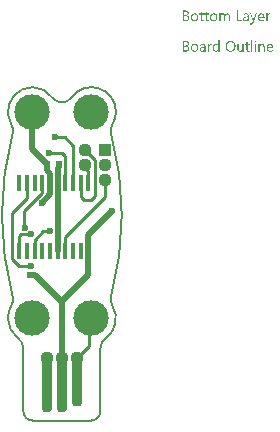
<source format=gbl>
G04*
G04 #@! TF.GenerationSoftware,Altium Limited,Altium Designer,21.9.2 (33)*
G04*
G04 Layer_Physical_Order=2*
G04 Layer_Color=16711680*
%FSAX25Y25*%
%MOIN*%
G70*
G04*
G04 #@! TF.SameCoordinates,22CECA58-678C-4C5F-B68D-3DF83B2D247A*
G04*
G04*
G04 #@! TF.FilePolarity,Positive*
G04*
G01*
G75*
%ADD13C,0.00787*%
%ADD45C,0.01968*%
%ADD46C,0.00984*%
%ADD47C,0.04370*%
%ADD48R,0.04370X0.04370*%
%ADD49C,0.11811*%
%ADD50C,0.02362*%
G04:AMPARAMS|DCode=51|XSize=35.43mil|YSize=169.29mil|CornerRadius=13.82mil|HoleSize=0mil|Usage=FLASHONLY|Rotation=0.000|XOffset=0mil|YOffset=0mil|HoleType=Round|Shape=RoundedRectangle|*
%AMROUNDEDRECTD51*
21,1,0.03543,0.14165,0,0,0.0*
21,1,0.00780,0.16929,0,0,0.0*
1,1,0.02764,0.00390,-0.07083*
1,1,0.02764,-0.00390,-0.07083*
1,1,0.02764,-0.00390,0.07083*
1,1,0.02764,0.00390,0.07083*
%
%ADD51ROUNDEDRECTD51*%
G04:AMPARAMS|DCode=52|XSize=35.43mil|YSize=188.98mil|CornerRadius=13.82mil|HoleSize=0mil|Usage=FLASHONLY|Rotation=0.000|XOffset=0mil|YOffset=0mil|HoleType=Round|Shape=RoundedRectangle|*
%AMROUNDEDRECTD52*
21,1,0.03543,0.16134,0,0,0.0*
21,1,0.00780,0.18898,0,0,0.0*
1,1,0.02764,0.00390,-0.08067*
1,1,0.02764,-0.00390,-0.08067*
1,1,0.02764,-0.00390,0.08067*
1,1,0.02764,0.00390,0.08067*
%
%ADD52ROUNDEDRECTD52*%
%ADD53R,0.01575X0.05315*%
%ADD54R,0.01968X0.02165*%
%ADD55C,0.01181*%
G36*
X0055291Y0111717D02*
X0055347Y0111705D01*
X0055408Y0111693D01*
X0055476Y0111668D01*
X0055557Y0111637D01*
X0055631Y0111594D01*
X0055712Y0111544D01*
X0055786Y0111476D01*
X0055854Y0111389D01*
X0055916Y0111290D01*
X0055972Y0111179D01*
X0056009Y0111037D01*
X0056040Y0110882D01*
X0056046Y0110702D01*
Y0109155D01*
X0055644D01*
Y0110597D01*
Y0110603D01*
Y0110616D01*
Y0110634D01*
Y0110665D01*
X0055637Y0110739D01*
X0055625Y0110826D01*
X0055613Y0110925D01*
X0055588Y0111024D01*
X0055557Y0111117D01*
X0055514Y0111197D01*
X0055507Y0111204D01*
X0055489Y0111228D01*
X0055458Y0111259D01*
X0055408Y0111290D01*
X0055353Y0111327D01*
X0055278Y0111352D01*
X0055186Y0111377D01*
X0055080Y0111383D01*
X0055068D01*
X0055037Y0111377D01*
X0054988Y0111371D01*
X0054926Y0111352D01*
X0054857Y0111327D01*
X0054783Y0111284D01*
X0054709Y0111228D01*
X0054641Y0111148D01*
X0054635Y0111135D01*
X0054616Y0111105D01*
X0054585Y0111055D01*
X0054554Y0110987D01*
X0054517Y0110907D01*
X0054492Y0110814D01*
X0054467Y0110702D01*
X0054461Y0110585D01*
Y0109155D01*
X0054059D01*
Y0110646D01*
Y0110653D01*
Y0110678D01*
X0054053Y0110715D01*
Y0110764D01*
X0054040Y0110820D01*
X0054028Y0110882D01*
X0054009Y0110944D01*
X0053991Y0111018D01*
X0053960Y0111086D01*
X0053923Y0111148D01*
X0053873Y0111210D01*
X0053818Y0111266D01*
X0053756Y0111315D01*
X0053675Y0111352D01*
X0053588Y0111377D01*
X0053490Y0111383D01*
X0053477D01*
X0053446Y0111377D01*
X0053397Y0111371D01*
X0053335Y0111358D01*
X0053267Y0111327D01*
X0053192Y0111290D01*
X0053118Y0111235D01*
X0053050Y0111160D01*
X0053044Y0111148D01*
X0053025Y0111123D01*
X0052994Y0111074D01*
X0052963Y0111005D01*
X0052932Y0110925D01*
X0052902Y0110826D01*
X0052883Y0110715D01*
X0052877Y0110585D01*
Y0109155D01*
X0052474D01*
Y0111668D01*
X0052877D01*
Y0111266D01*
X0052889D01*
X0052895Y0111272D01*
X0052902Y0111284D01*
X0052920Y0111309D01*
X0052939Y0111340D01*
X0053000Y0111408D01*
X0053087Y0111495D01*
X0053199Y0111581D01*
X0053329Y0111649D01*
X0053409Y0111680D01*
X0053490Y0111705D01*
X0053576Y0111717D01*
X0053669Y0111724D01*
X0053712D01*
X0053762Y0111717D01*
X0053824Y0111705D01*
X0053892Y0111686D01*
X0053966Y0111662D01*
X0054040Y0111631D01*
X0054115Y0111581D01*
X0054121Y0111575D01*
X0054146Y0111556D01*
X0054177Y0111525D01*
X0054220Y0111482D01*
X0054263Y0111426D01*
X0054307Y0111365D01*
X0054350Y0111290D01*
X0054381Y0111204D01*
X0054387Y0111210D01*
X0054393Y0111228D01*
X0054412Y0111253D01*
X0054430Y0111284D01*
X0054461Y0111327D01*
X0054498Y0111371D01*
X0054542Y0111414D01*
X0054591Y0111464D01*
X0054647Y0111513D01*
X0054709Y0111556D01*
X0054777Y0111606D01*
X0054851Y0111643D01*
X0054932Y0111674D01*
X0055018Y0111699D01*
X0055117Y0111717D01*
X0055216Y0111724D01*
X0055254D01*
X0055291Y0111717D01*
D02*
G37*
G36*
X0069323Y0111705D02*
X0069398Y0111699D01*
X0069441Y0111686D01*
X0069472Y0111674D01*
Y0111259D01*
X0069466Y0111266D01*
X0069454Y0111272D01*
X0069429Y0111284D01*
X0069398Y0111303D01*
X0069354Y0111315D01*
X0069299Y0111327D01*
X0069237Y0111334D01*
X0069169Y0111340D01*
X0069156D01*
X0069125Y0111334D01*
X0069076Y0111327D01*
X0069020Y0111309D01*
X0068946Y0111278D01*
X0068878Y0111235D01*
X0068804Y0111173D01*
X0068735Y0111092D01*
X0068729Y0111080D01*
X0068711Y0111049D01*
X0068680Y0110993D01*
X0068649Y0110919D01*
X0068618Y0110826D01*
X0068587Y0110708D01*
X0068568Y0110578D01*
X0068562Y0110430D01*
Y0109155D01*
X0068160D01*
Y0111668D01*
X0068562D01*
Y0111148D01*
X0068575D01*
Y0111154D01*
X0068581Y0111160D01*
X0068593Y0111191D01*
X0068612Y0111241D01*
X0068643Y0111303D01*
X0068674Y0111365D01*
X0068723Y0111433D01*
X0068773Y0111501D01*
X0068835Y0111563D01*
X0068841Y0111569D01*
X0068866Y0111587D01*
X0068903Y0111612D01*
X0068952Y0111637D01*
X0069008Y0111662D01*
X0069076Y0111686D01*
X0069150Y0111705D01*
X0069231Y0111711D01*
X0069286D01*
X0069323Y0111705D01*
D02*
G37*
G36*
X0063944Y0108752D02*
X0063938Y0108746D01*
X0063932Y0108721D01*
X0063914Y0108678D01*
X0063889Y0108629D01*
X0063858Y0108573D01*
X0063814Y0108505D01*
X0063771Y0108437D01*
X0063722Y0108362D01*
X0063660Y0108288D01*
X0063598Y0108220D01*
X0063524Y0108152D01*
X0063443Y0108096D01*
X0063363Y0108047D01*
X0063270Y0108003D01*
X0063177Y0107979D01*
X0063072Y0107973D01*
X0063016D01*
X0062979Y0107979D01*
X0062898Y0107991D01*
X0062812Y0108010D01*
Y0108369D01*
X0062818D01*
X0062836Y0108362D01*
X0062861Y0108356D01*
X0062892Y0108350D01*
X0062966Y0108332D01*
X0063047Y0108325D01*
X0063059D01*
X0063096Y0108332D01*
X0063152Y0108344D01*
X0063220Y0108369D01*
X0063295Y0108412D01*
X0063332Y0108443D01*
X0063369Y0108480D01*
X0063406Y0108517D01*
X0063443Y0108567D01*
X0063474Y0108622D01*
X0063505Y0108684D01*
X0063709Y0109155D01*
X0062725Y0111668D01*
X0063171D01*
X0063852Y0109730D01*
Y0109724D01*
X0063858Y0109712D01*
X0063864Y0109693D01*
X0063870Y0109669D01*
X0063876Y0109631D01*
X0063889Y0109594D01*
X0063901Y0109538D01*
X0063920D01*
Y0109551D01*
X0063932Y0109588D01*
X0063944Y0109644D01*
X0063969Y0109724D01*
X0064681Y0111668D01*
X0065096D01*
X0063944Y0108752D01*
D02*
G37*
G36*
X0061537Y0111717D02*
X0061592Y0111711D01*
X0061660Y0111693D01*
X0061735Y0111674D01*
X0061815Y0111643D01*
X0061902Y0111606D01*
X0061982Y0111556D01*
X0062063Y0111495D01*
X0062137Y0111420D01*
X0062205Y0111327D01*
X0062261Y0111222D01*
X0062304Y0111098D01*
X0062329Y0110956D01*
X0062341Y0110789D01*
Y0109155D01*
X0061939D01*
Y0109545D01*
X0061927D01*
Y0109538D01*
X0061914Y0109526D01*
X0061902Y0109501D01*
X0061877Y0109477D01*
X0061815Y0109402D01*
X0061735Y0109322D01*
X0061623Y0109241D01*
X0061493Y0109167D01*
X0061413Y0109142D01*
X0061332Y0109118D01*
X0061246Y0109105D01*
X0061153Y0109099D01*
X0061116D01*
X0061091Y0109105D01*
X0061023Y0109111D01*
X0060942Y0109124D01*
X0060843Y0109149D01*
X0060750Y0109179D01*
X0060651Y0109229D01*
X0060565Y0109291D01*
X0060558Y0109303D01*
X0060534Y0109328D01*
X0060497Y0109371D01*
X0060460Y0109433D01*
X0060422Y0109508D01*
X0060385Y0109594D01*
X0060360Y0109699D01*
X0060354Y0109817D01*
Y0109823D01*
Y0109848D01*
X0060360Y0109885D01*
X0060367Y0109929D01*
X0060379Y0109984D01*
X0060398Y0110046D01*
X0060422Y0110114D01*
X0060460Y0110182D01*
X0060503Y0110257D01*
X0060558Y0110331D01*
X0060627Y0110399D01*
X0060707Y0110461D01*
X0060800Y0110523D01*
X0060911Y0110572D01*
X0061035Y0110609D01*
X0061184Y0110640D01*
X0061939Y0110746D01*
Y0110752D01*
Y0110770D01*
X0061933Y0110808D01*
Y0110845D01*
X0061920Y0110894D01*
X0061914Y0110950D01*
X0061877Y0111067D01*
X0061846Y0111123D01*
X0061815Y0111179D01*
X0061772Y0111235D01*
X0061722Y0111284D01*
X0061660Y0111327D01*
X0061592Y0111358D01*
X0061512Y0111377D01*
X0061419Y0111383D01*
X0061376D01*
X0061345Y0111377D01*
X0061301D01*
X0061258Y0111365D01*
X0061146Y0111346D01*
X0061023Y0111309D01*
X0060887Y0111253D01*
X0060812Y0111216D01*
X0060744Y0111179D01*
X0060670Y0111129D01*
X0060602Y0111074D01*
Y0111488D01*
X0060608D01*
X0060620Y0111501D01*
X0060639Y0111513D01*
X0060670Y0111525D01*
X0060701Y0111544D01*
X0060744Y0111563D01*
X0060794Y0111581D01*
X0060849Y0111606D01*
X0060973Y0111649D01*
X0061122Y0111686D01*
X0061283Y0111711D01*
X0061456Y0111724D01*
X0061493D01*
X0061537Y0111717D01*
D02*
G37*
G36*
X0058646Y0109526D02*
X0060057D01*
Y0109155D01*
X0058231D01*
Y0112671D01*
X0058646D01*
Y0109526D01*
D02*
G37*
G36*
X0041431Y0112664D02*
X0041475D01*
X0041518Y0112658D01*
X0041617Y0112646D01*
X0041735Y0112615D01*
X0041859Y0112578D01*
X0041976Y0112522D01*
X0042081Y0112448D01*
X0042088D01*
X0042094Y0112435D01*
X0042125Y0112411D01*
X0042168Y0112361D01*
X0042217Y0112293D01*
X0042261Y0112206D01*
X0042304Y0112107D01*
X0042335Y0111996D01*
X0042347Y0111934D01*
Y0111866D01*
Y0111860D01*
Y0111854D01*
Y0111816D01*
X0042341Y0111761D01*
X0042329Y0111693D01*
X0042310Y0111606D01*
X0042279Y0111519D01*
X0042242Y0111433D01*
X0042187Y0111346D01*
X0042180Y0111334D01*
X0042156Y0111309D01*
X0042118Y0111272D01*
X0042069Y0111222D01*
X0042007Y0111173D01*
X0041933Y0111117D01*
X0041840Y0111074D01*
X0041741Y0111030D01*
Y0111024D01*
X0041759D01*
X0041778Y0111018D01*
X0041797Y0111012D01*
X0041865Y0110999D01*
X0041945Y0110975D01*
X0042032Y0110938D01*
X0042125Y0110894D01*
X0042217Y0110832D01*
X0042304Y0110752D01*
X0042317Y0110739D01*
X0042341Y0110708D01*
X0042372Y0110665D01*
X0042416Y0110597D01*
X0042453Y0110510D01*
X0042490Y0110411D01*
X0042515Y0110294D01*
X0042521Y0110164D01*
Y0110158D01*
Y0110145D01*
Y0110120D01*
X0042515Y0110089D01*
X0042508Y0110052D01*
X0042502Y0110009D01*
X0042478Y0109904D01*
X0042440Y0109786D01*
X0042385Y0109662D01*
X0042347Y0109607D01*
X0042304Y0109545D01*
X0042248Y0109489D01*
X0042193Y0109433D01*
X0042187D01*
X0042180Y0109421D01*
X0042162Y0109408D01*
X0042137Y0109390D01*
X0042106Y0109371D01*
X0042063Y0109347D01*
X0041970Y0109297D01*
X0041852Y0109241D01*
X0041716Y0109198D01*
X0041555Y0109167D01*
X0041475Y0109161D01*
X0041382Y0109155D01*
X0040354D01*
Y0112671D01*
X0041400D01*
X0041431Y0112664D01*
D02*
G37*
G36*
X0048358Y0111668D02*
X0048996D01*
Y0111321D01*
X0048358D01*
Y0109904D01*
Y0109891D01*
Y0109860D01*
X0048364Y0109817D01*
X0048370Y0109761D01*
X0048395Y0109644D01*
X0048414Y0109588D01*
X0048445Y0109545D01*
X0048451Y0109538D01*
X0048463Y0109526D01*
X0048482Y0109514D01*
X0048513Y0109495D01*
X0048550Y0109470D01*
X0048599Y0109458D01*
X0048661Y0109446D01*
X0048729Y0109440D01*
X0048754D01*
X0048785Y0109446D01*
X0048822Y0109452D01*
X0048909Y0109477D01*
X0048952Y0109495D01*
X0048996Y0109520D01*
Y0109173D01*
X0048989D01*
X0048971Y0109161D01*
X0048940Y0109155D01*
X0048897Y0109142D01*
X0048841Y0109130D01*
X0048779Y0109118D01*
X0048705Y0109111D01*
X0048618Y0109105D01*
X0048587D01*
X0048556Y0109111D01*
X0048513Y0109118D01*
X0048463Y0109130D01*
X0048408Y0109142D01*
X0048352Y0109167D01*
X0048290Y0109198D01*
X0048228Y0109235D01*
X0048166Y0109285D01*
X0048110Y0109340D01*
X0048061Y0109415D01*
X0048017Y0109495D01*
X0047987Y0109594D01*
X0047962Y0109706D01*
X0047956Y0109836D01*
Y0111321D01*
X0047528D01*
Y0111668D01*
X0047956D01*
Y0112281D01*
X0048358Y0112411D01*
Y0111668D01*
D02*
G37*
G36*
X0046656D02*
X0047293D01*
Y0111321D01*
X0046656D01*
Y0109904D01*
Y0109891D01*
Y0109860D01*
X0046662Y0109817D01*
X0046668Y0109761D01*
X0046693Y0109644D01*
X0046712Y0109588D01*
X0046742Y0109545D01*
X0046749Y0109538D01*
X0046761Y0109526D01*
X0046780Y0109514D01*
X0046810Y0109495D01*
X0046848Y0109470D01*
X0046897Y0109458D01*
X0046959Y0109446D01*
X0047027Y0109440D01*
X0047052D01*
X0047083Y0109446D01*
X0047120Y0109452D01*
X0047207Y0109477D01*
X0047250Y0109495D01*
X0047293Y0109520D01*
Y0109173D01*
X0047287D01*
X0047269Y0109161D01*
X0047238Y0109155D01*
X0047194Y0109142D01*
X0047139Y0109130D01*
X0047077Y0109118D01*
X0047002Y0109111D01*
X0046916Y0109105D01*
X0046885D01*
X0046854Y0109111D01*
X0046810Y0109118D01*
X0046761Y0109130D01*
X0046705Y0109142D01*
X0046650Y0109167D01*
X0046588Y0109198D01*
X0046526Y0109235D01*
X0046464Y0109285D01*
X0046408Y0109340D01*
X0046359Y0109415D01*
X0046315Y0109495D01*
X0046284Y0109594D01*
X0046260Y0109706D01*
X0046253Y0109836D01*
Y0111321D01*
X0045826D01*
Y0111668D01*
X0046253D01*
Y0112281D01*
X0046656Y0112411D01*
Y0111668D01*
D02*
G37*
G36*
X0066600Y0111717D02*
X0066643Y0111711D01*
X0066687Y0111705D01*
X0066798Y0111686D01*
X0066922Y0111643D01*
X0067046Y0111587D01*
X0067107Y0111550D01*
X0067169Y0111507D01*
X0067225Y0111457D01*
X0067281Y0111402D01*
X0067287Y0111396D01*
X0067293Y0111389D01*
X0067306Y0111371D01*
X0067324Y0111346D01*
X0067343Y0111309D01*
X0067368Y0111272D01*
X0067392Y0111228D01*
X0067417Y0111173D01*
X0067442Y0111111D01*
X0067466Y0111049D01*
X0067491Y0110975D01*
X0067510Y0110894D01*
X0067528Y0110808D01*
X0067541Y0110721D01*
X0067553Y0110622D01*
Y0110517D01*
Y0110306D01*
X0065777D01*
Y0110300D01*
Y0110287D01*
Y0110269D01*
X0065783Y0110238D01*
X0065789Y0110201D01*
Y0110164D01*
X0065808Y0110065D01*
X0065839Y0109966D01*
X0065876Y0109854D01*
X0065931Y0109749D01*
X0066000Y0109656D01*
X0066012Y0109644D01*
X0066037Y0109619D01*
X0066086Y0109588D01*
X0066154Y0109545D01*
X0066241Y0109501D01*
X0066340Y0109470D01*
X0066458Y0109446D01*
X0066594Y0109433D01*
X0066637D01*
X0066668Y0109440D01*
X0066705D01*
X0066748Y0109446D01*
X0066854Y0109470D01*
X0066971Y0109501D01*
X0067101Y0109551D01*
X0067238Y0109619D01*
X0067306Y0109662D01*
X0067374Y0109712D01*
Y0109334D01*
X0067368D01*
X0067361Y0109322D01*
X0067343Y0109316D01*
X0067312Y0109297D01*
X0067281Y0109279D01*
X0067244Y0109260D01*
X0067194Y0109241D01*
X0067145Y0109217D01*
X0067083Y0109192D01*
X0067015Y0109173D01*
X0066866Y0109136D01*
X0066693Y0109111D01*
X0066501Y0109099D01*
X0066451D01*
X0066414Y0109105D01*
X0066371Y0109111D01*
X0066315Y0109118D01*
X0066198Y0109142D01*
X0066061Y0109179D01*
X0065925Y0109241D01*
X0065857Y0109285D01*
X0065789Y0109328D01*
X0065727Y0109378D01*
X0065665Y0109440D01*
X0065659Y0109446D01*
X0065653Y0109458D01*
X0065640Y0109477D01*
X0065616Y0109501D01*
X0065597Y0109538D01*
X0065572Y0109582D01*
X0065541Y0109631D01*
X0065517Y0109687D01*
X0065486Y0109749D01*
X0065461Y0109823D01*
X0065430Y0109904D01*
X0065412Y0109990D01*
X0065393Y0110083D01*
X0065374Y0110182D01*
X0065368Y0110287D01*
X0065362Y0110399D01*
Y0110405D01*
Y0110424D01*
Y0110455D01*
X0065368Y0110498D01*
X0065374Y0110547D01*
X0065381Y0110603D01*
X0065387Y0110671D01*
X0065405Y0110739D01*
X0065442Y0110888D01*
X0065498Y0111049D01*
X0065535Y0111129D01*
X0065585Y0111204D01*
X0065634Y0111284D01*
X0065690Y0111352D01*
X0065696Y0111358D01*
X0065709Y0111371D01*
X0065727Y0111389D01*
X0065752Y0111408D01*
X0065783Y0111439D01*
X0065820Y0111470D01*
X0065869Y0111501D01*
X0065919Y0111538D01*
X0066037Y0111606D01*
X0066179Y0111668D01*
X0066259Y0111686D01*
X0066340Y0111705D01*
X0066427Y0111717D01*
X0066519Y0111724D01*
X0066569D01*
X0066600Y0111717D01*
D02*
G37*
G36*
X0050735D02*
X0050778Y0111711D01*
X0050834Y0111705D01*
X0050958Y0111680D01*
X0051100Y0111637D01*
X0051243Y0111575D01*
X0051317Y0111538D01*
X0051385Y0111495D01*
X0051453Y0111439D01*
X0051515Y0111377D01*
X0051521Y0111371D01*
X0051527Y0111358D01*
X0051546Y0111340D01*
X0051564Y0111315D01*
X0051589Y0111278D01*
X0051614Y0111235D01*
X0051645Y0111185D01*
X0051676Y0111129D01*
X0051701Y0111061D01*
X0051732Y0110993D01*
X0051756Y0110913D01*
X0051781Y0110826D01*
X0051800Y0110733D01*
X0051818Y0110634D01*
X0051824Y0110529D01*
X0051831Y0110417D01*
Y0110411D01*
Y0110393D01*
Y0110362D01*
X0051824Y0110319D01*
X0051818Y0110269D01*
X0051812Y0110207D01*
X0051800Y0110145D01*
X0051787Y0110071D01*
X0051750Y0109922D01*
X0051688Y0109761D01*
X0051651Y0109681D01*
X0051602Y0109600D01*
X0051552Y0109526D01*
X0051490Y0109458D01*
X0051484Y0109452D01*
X0051472Y0109446D01*
X0051453Y0109427D01*
X0051428Y0109402D01*
X0051391Y0109378D01*
X0051354Y0109347D01*
X0051304Y0109309D01*
X0051249Y0109279D01*
X0051187Y0109248D01*
X0051119Y0109210D01*
X0051044Y0109179D01*
X0050964Y0109155D01*
X0050877Y0109130D01*
X0050784Y0109118D01*
X0050685Y0109105D01*
X0050580Y0109099D01*
X0050524D01*
X0050487Y0109105D01*
X0050444Y0109111D01*
X0050388Y0109118D01*
X0050326Y0109130D01*
X0050258Y0109142D01*
X0050116Y0109186D01*
X0049967Y0109248D01*
X0049893Y0109285D01*
X0049825Y0109334D01*
X0049757Y0109384D01*
X0049689Y0109446D01*
X0049683Y0109452D01*
X0049676Y0109464D01*
X0049658Y0109483D01*
X0049639Y0109508D01*
X0049615Y0109545D01*
X0049584Y0109588D01*
X0049553Y0109638D01*
X0049528Y0109693D01*
X0049497Y0109761D01*
X0049466Y0109829D01*
X0049435Y0109904D01*
X0049410Y0109990D01*
X0049373Y0110176D01*
X0049367Y0110275D01*
X0049361Y0110380D01*
Y0110387D01*
Y0110411D01*
Y0110442D01*
X0049367Y0110486D01*
X0049373Y0110535D01*
X0049379Y0110597D01*
X0049392Y0110665D01*
X0049404Y0110739D01*
X0049441Y0110900D01*
X0049503Y0111061D01*
X0049547Y0111142D01*
X0049590Y0111222D01*
X0049639Y0111296D01*
X0049701Y0111365D01*
X0049707Y0111371D01*
X0049720Y0111383D01*
X0049738Y0111396D01*
X0049763Y0111420D01*
X0049800Y0111445D01*
X0049844Y0111476D01*
X0049893Y0111513D01*
X0049949Y0111544D01*
X0050011Y0111575D01*
X0050085Y0111612D01*
X0050159Y0111643D01*
X0050246Y0111668D01*
X0050333Y0111693D01*
X0050432Y0111711D01*
X0050537Y0111717D01*
X0050642Y0111724D01*
X0050698D01*
X0050735Y0111717D01*
D02*
G37*
G36*
X0044384D02*
X0044427Y0111711D01*
X0044483Y0111705D01*
X0044607Y0111680D01*
X0044749Y0111637D01*
X0044892Y0111575D01*
X0044966Y0111538D01*
X0045034Y0111495D01*
X0045102Y0111439D01*
X0045164Y0111377D01*
X0045170Y0111371D01*
X0045176Y0111358D01*
X0045195Y0111340D01*
X0045213Y0111315D01*
X0045238Y0111278D01*
X0045263Y0111235D01*
X0045294Y0111185D01*
X0045325Y0111129D01*
X0045350Y0111061D01*
X0045381Y0110993D01*
X0045405Y0110913D01*
X0045430Y0110826D01*
X0045449Y0110733D01*
X0045467Y0110634D01*
X0045474Y0110529D01*
X0045480Y0110417D01*
Y0110411D01*
Y0110393D01*
Y0110362D01*
X0045474Y0110319D01*
X0045467Y0110269D01*
X0045461Y0110207D01*
X0045449Y0110145D01*
X0045436Y0110071D01*
X0045399Y0109922D01*
X0045337Y0109761D01*
X0045300Y0109681D01*
X0045251Y0109600D01*
X0045201Y0109526D01*
X0045139Y0109458D01*
X0045133Y0109452D01*
X0045121Y0109446D01*
X0045102Y0109427D01*
X0045077Y0109402D01*
X0045040Y0109378D01*
X0045003Y0109347D01*
X0044954Y0109309D01*
X0044898Y0109279D01*
X0044836Y0109248D01*
X0044768Y0109210D01*
X0044693Y0109179D01*
X0044613Y0109155D01*
X0044526Y0109130D01*
X0044434Y0109118D01*
X0044335Y0109105D01*
X0044229Y0109099D01*
X0044174D01*
X0044136Y0109105D01*
X0044093Y0109111D01*
X0044037Y0109118D01*
X0043975Y0109130D01*
X0043907Y0109142D01*
X0043765Y0109186D01*
X0043617Y0109248D01*
X0043542Y0109285D01*
X0043474Y0109334D01*
X0043406Y0109384D01*
X0043338Y0109446D01*
X0043332Y0109452D01*
X0043325Y0109464D01*
X0043307Y0109483D01*
X0043288Y0109508D01*
X0043264Y0109545D01*
X0043233Y0109588D01*
X0043202Y0109638D01*
X0043177Y0109693D01*
X0043146Y0109761D01*
X0043115Y0109829D01*
X0043084Y0109904D01*
X0043059Y0109990D01*
X0043022Y0110176D01*
X0043016Y0110275D01*
X0043010Y0110380D01*
Y0110387D01*
Y0110411D01*
Y0110442D01*
X0043016Y0110486D01*
X0043022Y0110535D01*
X0043028Y0110597D01*
X0043041Y0110665D01*
X0043053Y0110739D01*
X0043090Y0110900D01*
X0043152Y0111061D01*
X0043196Y0111142D01*
X0043239Y0111222D01*
X0043288Y0111296D01*
X0043350Y0111365D01*
X0043356Y0111371D01*
X0043369Y0111383D01*
X0043387Y0111396D01*
X0043412Y0111420D01*
X0043449Y0111445D01*
X0043493Y0111476D01*
X0043542Y0111513D01*
X0043598Y0111544D01*
X0043660Y0111575D01*
X0043734Y0111612D01*
X0043808Y0111643D01*
X0043895Y0111668D01*
X0043982Y0111693D01*
X0044081Y0111711D01*
X0044186Y0111717D01*
X0044291Y0111724D01*
X0044347D01*
X0044384Y0111717D01*
D02*
G37*
G36*
X0064563Y0102638D02*
X0064588D01*
X0064644Y0102613D01*
X0064675Y0102594D01*
X0064706Y0102569D01*
X0064712Y0102563D01*
X0064718Y0102557D01*
X0064749Y0102520D01*
X0064774Y0102458D01*
X0064780Y0102421D01*
X0064786Y0102384D01*
Y0102377D01*
Y0102365D01*
X0064780Y0102347D01*
X0064774Y0102322D01*
X0064755Y0102260D01*
X0064731Y0102229D01*
X0064706Y0102198D01*
X0064700D01*
X0064693Y0102186D01*
X0064656Y0102161D01*
X0064601Y0102136D01*
X0064563Y0102130D01*
X0064526Y0102124D01*
X0064508D01*
X0064489Y0102130D01*
X0064464D01*
X0064403Y0102155D01*
X0064372Y0102167D01*
X0064341Y0102192D01*
Y0102198D01*
X0064328Y0102204D01*
X0064316Y0102223D01*
X0064303Y0102241D01*
X0064279Y0102303D01*
X0064272Y0102340D01*
X0064266Y0102384D01*
Y0102390D01*
Y0102402D01*
X0064272Y0102421D01*
X0064279Y0102452D01*
X0064297Y0102507D01*
X0064316Y0102539D01*
X0064341Y0102569D01*
X0064347Y0102576D01*
X0064353Y0102582D01*
X0064390Y0102607D01*
X0064452Y0102631D01*
X0064489Y0102644D01*
X0064545D01*
X0064563Y0102638D01*
D02*
G37*
G36*
X0052573Y0098973D02*
X0052171D01*
Y0099394D01*
X0052159D01*
Y0099388D01*
X0052146Y0099375D01*
X0052128Y0099351D01*
X0052109Y0099320D01*
X0052078Y0099282D01*
X0052041Y0099245D01*
X0051998Y0099202D01*
X0051948Y0099159D01*
X0051893Y0099109D01*
X0051824Y0099066D01*
X0051756Y0099029D01*
X0051676Y0098992D01*
X0051595Y0098961D01*
X0051503Y0098936D01*
X0051403Y0098923D01*
X0051298Y0098917D01*
X0051255D01*
X0051218Y0098923D01*
X0051181Y0098930D01*
X0051131Y0098936D01*
X0051026Y0098961D01*
X0050902Y0098998D01*
X0050778Y0099060D01*
X0050710Y0099097D01*
X0050655Y0099140D01*
X0050593Y0099196D01*
X0050537Y0099252D01*
Y0099258D01*
X0050524Y0099270D01*
X0050512Y0099289D01*
X0050494Y0099313D01*
X0050475Y0099344D01*
X0050450Y0099388D01*
X0050425Y0099437D01*
X0050401Y0099493D01*
X0050370Y0099555D01*
X0050345Y0099623D01*
X0050320Y0099697D01*
X0050302Y0099778D01*
X0050283Y0099864D01*
X0050271Y0099963D01*
X0050265Y0100063D01*
X0050258Y0100168D01*
Y0100174D01*
Y0100192D01*
Y0100230D01*
X0050265Y0100273D01*
X0050271Y0100322D01*
X0050277Y0100384D01*
X0050283Y0100452D01*
X0050296Y0100527D01*
X0050333Y0100688D01*
X0050388Y0100855D01*
X0050425Y0100935D01*
X0050469Y0101016D01*
X0050512Y0101090D01*
X0050568Y0101164D01*
X0050574Y0101171D01*
X0050580Y0101183D01*
X0050599Y0101201D01*
X0050624Y0101226D01*
X0050655Y0101251D01*
X0050698Y0101282D01*
X0050741Y0101319D01*
X0050791Y0101356D01*
X0050915Y0101424D01*
X0051057Y0101486D01*
X0051137Y0101505D01*
X0051224Y0101523D01*
X0051311Y0101536D01*
X0051410Y0101542D01*
X0051459D01*
X0051496Y0101536D01*
X0051534Y0101530D01*
X0051583Y0101523D01*
X0051694Y0101492D01*
X0051818Y0101443D01*
X0051880Y0101412D01*
X0051942Y0101369D01*
X0052004Y0101325D01*
X0052060Y0101269D01*
X0052109Y0101208D01*
X0052159Y0101133D01*
X0052171D01*
Y0102693D01*
X0052573D01*
Y0098973D01*
D02*
G37*
G36*
X0066841Y0101536D02*
X0066916Y0101530D01*
X0067009Y0101511D01*
X0067107Y0101480D01*
X0067213Y0101430D01*
X0067318Y0101362D01*
X0067361Y0101325D01*
X0067405Y0101276D01*
X0067417Y0101263D01*
X0067442Y0101226D01*
X0067473Y0101164D01*
X0067516Y0101078D01*
X0067553Y0100972D01*
X0067590Y0100842D01*
X0067615Y0100688D01*
X0067621Y0100508D01*
Y0098973D01*
X0067219D01*
Y0100403D01*
Y0100409D01*
Y0100440D01*
X0067213Y0100477D01*
Y0100527D01*
X0067200Y0100589D01*
X0067188Y0100657D01*
X0067169Y0100731D01*
X0067145Y0100805D01*
X0067114Y0100880D01*
X0067077Y0100948D01*
X0067027Y0101016D01*
X0066971Y0101078D01*
X0066909Y0101127D01*
X0066829Y0101164D01*
X0066742Y0101195D01*
X0066637Y0101201D01*
X0066625D01*
X0066588Y0101195D01*
X0066532Y0101189D01*
X0066464Y0101171D01*
X0066383Y0101146D01*
X0066297Y0101102D01*
X0066216Y0101047D01*
X0066136Y0100972D01*
X0066129Y0100960D01*
X0066105Y0100935D01*
X0066074Y0100886D01*
X0066037Y0100818D01*
X0066000Y0100737D01*
X0065969Y0100638D01*
X0065944Y0100527D01*
X0065938Y0100403D01*
Y0098973D01*
X0065535D01*
Y0101486D01*
X0065938D01*
Y0101065D01*
X0065950D01*
X0065956Y0101072D01*
X0065962Y0101084D01*
X0065981Y0101109D01*
X0066006Y0101139D01*
X0066030Y0101177D01*
X0066068Y0101214D01*
X0066111Y0101257D01*
X0066160Y0101307D01*
X0066216Y0101350D01*
X0066278Y0101393D01*
X0066346Y0101430D01*
X0066420Y0101468D01*
X0066495Y0101499D01*
X0066581Y0101523D01*
X0066674Y0101536D01*
X0066773Y0101542D01*
X0066810D01*
X0066841Y0101536D01*
D02*
G37*
G36*
X0049844Y0101523D02*
X0049918Y0101517D01*
X0049961Y0101505D01*
X0049992Y0101492D01*
Y0101078D01*
X0049986Y0101084D01*
X0049974Y0101090D01*
X0049949Y0101102D01*
X0049918Y0101121D01*
X0049874Y0101133D01*
X0049819Y0101146D01*
X0049757Y0101152D01*
X0049689Y0101158D01*
X0049676D01*
X0049646Y0101152D01*
X0049596Y0101146D01*
X0049540Y0101127D01*
X0049466Y0101096D01*
X0049398Y0101053D01*
X0049324Y0100991D01*
X0049255Y0100910D01*
X0049249Y0100898D01*
X0049231Y0100867D01*
X0049200Y0100812D01*
X0049169Y0100737D01*
X0049138Y0100644D01*
X0049107Y0100527D01*
X0049088Y0100397D01*
X0049082Y0100248D01*
Y0098973D01*
X0048680D01*
Y0101486D01*
X0049082D01*
Y0100966D01*
X0049095D01*
Y0100972D01*
X0049101Y0100979D01*
X0049113Y0101010D01*
X0049132Y0101059D01*
X0049163Y0101121D01*
X0049194Y0101183D01*
X0049243Y0101251D01*
X0049293Y0101319D01*
X0049355Y0101381D01*
X0049361Y0101387D01*
X0049385Y0101406D01*
X0049423Y0101430D01*
X0049472Y0101455D01*
X0049528Y0101480D01*
X0049596Y0101505D01*
X0049670Y0101523D01*
X0049751Y0101530D01*
X0049806D01*
X0049844Y0101523D01*
D02*
G37*
G36*
X0060583Y0098973D02*
X0060181D01*
Y0099369D01*
X0060168D01*
Y0099363D01*
X0060156Y0099351D01*
X0060144Y0099326D01*
X0060119Y0099301D01*
X0060063Y0099227D01*
X0059977Y0099146D01*
X0059927Y0099103D01*
X0059871Y0099060D01*
X0059809Y0099023D01*
X0059735Y0098985D01*
X0059661Y0098961D01*
X0059580Y0098936D01*
X0059488Y0098923D01*
X0059395Y0098917D01*
X0059358D01*
X0059314Y0098923D01*
X0059252Y0098936D01*
X0059184Y0098948D01*
X0059110Y0098973D01*
X0059030Y0099004D01*
X0058949Y0099054D01*
X0058862Y0099109D01*
X0058782Y0099177D01*
X0058708Y0099264D01*
X0058640Y0099369D01*
X0058578Y0099487D01*
X0058534Y0099629D01*
X0058510Y0099796D01*
X0058497Y0099883D01*
Y0099982D01*
Y0101486D01*
X0058893D01*
Y0100044D01*
Y0100038D01*
Y0100013D01*
X0058900Y0099970D01*
X0058906Y0099920D01*
X0058912Y0099858D01*
X0058924Y0099796D01*
X0058943Y0099722D01*
X0058968Y0099648D01*
X0059005Y0099573D01*
X0059042Y0099505D01*
X0059092Y0099437D01*
X0059153Y0099375D01*
X0059222Y0099326D01*
X0059302Y0099289D01*
X0059401Y0099258D01*
X0059506Y0099252D01*
X0059519D01*
X0059556Y0099258D01*
X0059611Y0099264D01*
X0059673Y0099276D01*
X0059754Y0099307D01*
X0059834Y0099344D01*
X0059915Y0099394D01*
X0059989Y0099468D01*
X0059995Y0099481D01*
X0060020Y0099505D01*
X0060051Y0099555D01*
X0060088Y0099623D01*
X0060119Y0099704D01*
X0060150Y0099803D01*
X0060175Y0099914D01*
X0060181Y0100038D01*
Y0101486D01*
X0060583D01*
Y0098973D01*
D02*
G37*
G36*
X0064718D02*
X0064316D01*
Y0101486D01*
X0064718D01*
Y0098973D01*
D02*
G37*
G36*
X0063499D02*
X0063096D01*
Y0102693D01*
X0063499D01*
Y0098973D01*
D02*
G37*
G36*
X0047120Y0101536D02*
X0047176Y0101530D01*
X0047244Y0101511D01*
X0047318Y0101492D01*
X0047399Y0101461D01*
X0047485Y0101424D01*
X0047566Y0101375D01*
X0047646Y0101313D01*
X0047720Y0101239D01*
X0047789Y0101146D01*
X0047844Y0101040D01*
X0047888Y0100917D01*
X0047912Y0100774D01*
X0047925Y0100607D01*
Y0098973D01*
X0047522D01*
Y0099363D01*
X0047510D01*
Y0099357D01*
X0047498Y0099344D01*
X0047485Y0099320D01*
X0047460Y0099295D01*
X0047399Y0099221D01*
X0047318Y0099140D01*
X0047207Y0099060D01*
X0047077Y0098985D01*
X0046996Y0098961D01*
X0046916Y0098936D01*
X0046829Y0098923D01*
X0046736Y0098917D01*
X0046699D01*
X0046674Y0098923D01*
X0046606Y0098930D01*
X0046526Y0098942D01*
X0046427Y0098967D01*
X0046334Y0098998D01*
X0046235Y0099047D01*
X0046148Y0099109D01*
X0046142Y0099122D01*
X0046117Y0099146D01*
X0046080Y0099190D01*
X0046043Y0099252D01*
X0046006Y0099326D01*
X0045969Y0099413D01*
X0045944Y0099518D01*
X0045938Y0099635D01*
Y0099642D01*
Y0099666D01*
X0045944Y0099704D01*
X0045950Y0099747D01*
X0045963Y0099803D01*
X0045981Y0099864D01*
X0046006Y0099932D01*
X0046043Y0100001D01*
X0046086Y0100075D01*
X0046142Y0100149D01*
X0046210Y0100217D01*
X0046290Y0100279D01*
X0046383Y0100341D01*
X0046495Y0100391D01*
X0046619Y0100428D01*
X0046767Y0100459D01*
X0047522Y0100564D01*
Y0100570D01*
Y0100589D01*
X0047516Y0100626D01*
Y0100663D01*
X0047504Y0100712D01*
X0047498Y0100768D01*
X0047460Y0100886D01*
X0047429Y0100942D01*
X0047399Y0100997D01*
X0047355Y0101053D01*
X0047306Y0101102D01*
X0047244Y0101146D01*
X0047176Y0101177D01*
X0047095Y0101195D01*
X0047002Y0101201D01*
X0046959D01*
X0046928Y0101195D01*
X0046885D01*
X0046841Y0101183D01*
X0046730Y0101164D01*
X0046606Y0101127D01*
X0046470Y0101072D01*
X0046396Y0101034D01*
X0046328Y0100997D01*
X0046253Y0100948D01*
X0046185Y0100892D01*
Y0101307D01*
X0046191D01*
X0046204Y0101319D01*
X0046222Y0101331D01*
X0046253Y0101344D01*
X0046284Y0101362D01*
X0046328Y0101381D01*
X0046377Y0101400D01*
X0046433Y0101424D01*
X0046557Y0101468D01*
X0046705Y0101505D01*
X0046866Y0101530D01*
X0047039Y0101542D01*
X0047077D01*
X0047120Y0101536D01*
D02*
G37*
G36*
X0041431Y0102483D02*
X0041475D01*
X0041518Y0102477D01*
X0041617Y0102464D01*
X0041735Y0102433D01*
X0041859Y0102396D01*
X0041976Y0102340D01*
X0042081Y0102266D01*
X0042088D01*
X0042094Y0102254D01*
X0042125Y0102229D01*
X0042168Y0102180D01*
X0042217Y0102111D01*
X0042261Y0102025D01*
X0042304Y0101926D01*
X0042335Y0101814D01*
X0042347Y0101752D01*
Y0101684D01*
Y0101678D01*
Y0101672D01*
Y0101635D01*
X0042341Y0101579D01*
X0042329Y0101511D01*
X0042310Y0101424D01*
X0042279Y0101338D01*
X0042242Y0101251D01*
X0042187Y0101164D01*
X0042180Y0101152D01*
X0042156Y0101127D01*
X0042118Y0101090D01*
X0042069Y0101040D01*
X0042007Y0100991D01*
X0041933Y0100935D01*
X0041840Y0100892D01*
X0041741Y0100849D01*
Y0100842D01*
X0041759D01*
X0041778Y0100836D01*
X0041797Y0100830D01*
X0041865Y0100818D01*
X0041945Y0100793D01*
X0042032Y0100756D01*
X0042125Y0100712D01*
X0042217Y0100651D01*
X0042304Y0100570D01*
X0042317Y0100558D01*
X0042341Y0100527D01*
X0042372Y0100483D01*
X0042416Y0100415D01*
X0042453Y0100329D01*
X0042490Y0100230D01*
X0042515Y0100112D01*
X0042521Y0099982D01*
Y0099976D01*
Y0099963D01*
Y0099939D01*
X0042515Y0099908D01*
X0042508Y0099871D01*
X0042502Y0099827D01*
X0042478Y0099722D01*
X0042440Y0099604D01*
X0042385Y0099481D01*
X0042347Y0099425D01*
X0042304Y0099363D01*
X0042248Y0099307D01*
X0042193Y0099252D01*
X0042187D01*
X0042180Y0099239D01*
X0042162Y0099227D01*
X0042137Y0099208D01*
X0042106Y0099190D01*
X0042063Y0099165D01*
X0041970Y0099115D01*
X0041852Y0099060D01*
X0041716Y0099016D01*
X0041555Y0098985D01*
X0041475Y0098979D01*
X0041382Y0098973D01*
X0040354D01*
Y0102489D01*
X0041400D01*
X0041431Y0102483D01*
D02*
G37*
G36*
X0061927Y0101486D02*
X0062564D01*
Y0101139D01*
X0061927D01*
Y0099722D01*
Y0099710D01*
Y0099679D01*
X0061933Y0099635D01*
X0061939Y0099580D01*
X0061964Y0099462D01*
X0061982Y0099406D01*
X0062013Y0099363D01*
X0062019Y0099357D01*
X0062032Y0099344D01*
X0062050Y0099332D01*
X0062081Y0099313D01*
X0062118Y0099289D01*
X0062168Y0099276D01*
X0062230Y0099264D01*
X0062298Y0099258D01*
X0062323D01*
X0062354Y0099264D01*
X0062391Y0099270D01*
X0062477Y0099295D01*
X0062521Y0099313D01*
X0062564Y0099338D01*
Y0098992D01*
X0062558D01*
X0062539Y0098979D01*
X0062508Y0098973D01*
X0062465Y0098961D01*
X0062409Y0098948D01*
X0062347Y0098936D01*
X0062273Y0098930D01*
X0062186Y0098923D01*
X0062155D01*
X0062125Y0098930D01*
X0062081Y0098936D01*
X0062032Y0098948D01*
X0061976Y0098961D01*
X0061920Y0098985D01*
X0061858Y0099016D01*
X0061796Y0099054D01*
X0061735Y0099103D01*
X0061679Y0099159D01*
X0061629Y0099233D01*
X0061586Y0099313D01*
X0061555Y0099413D01*
X0061530Y0099524D01*
X0061524Y0099654D01*
Y0101139D01*
X0061097D01*
Y0101486D01*
X0061524D01*
Y0102099D01*
X0061927Y0102229D01*
Y0101486D01*
D02*
G37*
G36*
X0069454Y0101536D02*
X0069497Y0101530D01*
X0069540Y0101523D01*
X0069652Y0101505D01*
X0069775Y0101461D01*
X0069899Y0101406D01*
X0069961Y0101369D01*
X0070023Y0101325D01*
X0070079Y0101276D01*
X0070134Y0101220D01*
X0070141Y0101214D01*
X0070147Y0101208D01*
X0070159Y0101189D01*
X0070178Y0101164D01*
X0070196Y0101127D01*
X0070221Y0101090D01*
X0070246Y0101047D01*
X0070271Y0100991D01*
X0070295Y0100929D01*
X0070320Y0100867D01*
X0070345Y0100793D01*
X0070363Y0100712D01*
X0070382Y0100626D01*
X0070394Y0100539D01*
X0070407Y0100440D01*
Y0100335D01*
Y0100124D01*
X0068630D01*
Y0100118D01*
Y0100106D01*
Y0100087D01*
X0068636Y0100056D01*
X0068643Y0100019D01*
Y0099982D01*
X0068661Y0099883D01*
X0068692Y0099784D01*
X0068729Y0099673D01*
X0068785Y0099567D01*
X0068853Y0099474D01*
X0068866Y0099462D01*
X0068890Y0099437D01*
X0068940Y0099406D01*
X0069008Y0099363D01*
X0069095Y0099320D01*
X0069194Y0099289D01*
X0069311Y0099264D01*
X0069447Y0099252D01*
X0069491D01*
X0069522Y0099258D01*
X0069559D01*
X0069602Y0099264D01*
X0069707Y0099289D01*
X0069825Y0099320D01*
X0069955Y0099369D01*
X0070091Y0099437D01*
X0070159Y0099481D01*
X0070227Y0099530D01*
Y0099152D01*
X0070221D01*
X0070215Y0099140D01*
X0070196Y0099134D01*
X0070165Y0099115D01*
X0070134Y0099097D01*
X0070097Y0099078D01*
X0070048Y0099060D01*
X0069998Y0099035D01*
X0069936Y0099010D01*
X0069868Y0098992D01*
X0069720Y0098954D01*
X0069546Y0098930D01*
X0069354Y0098917D01*
X0069305D01*
X0069268Y0098923D01*
X0069225Y0098930D01*
X0069169Y0098936D01*
X0069051Y0098961D01*
X0068915Y0098998D01*
X0068779Y0099060D01*
X0068711Y0099103D01*
X0068643Y0099146D01*
X0068581Y0099196D01*
X0068519Y0099258D01*
X0068513Y0099264D01*
X0068506Y0099276D01*
X0068494Y0099295D01*
X0068469Y0099320D01*
X0068451Y0099357D01*
X0068426Y0099400D01*
X0068395Y0099450D01*
X0068370Y0099505D01*
X0068339Y0099567D01*
X0068315Y0099642D01*
X0068284Y0099722D01*
X0068265Y0099809D01*
X0068247Y0099901D01*
X0068228Y0100001D01*
X0068222Y0100106D01*
X0068216Y0100217D01*
Y0100223D01*
Y0100242D01*
Y0100273D01*
X0068222Y0100316D01*
X0068228Y0100366D01*
X0068234Y0100422D01*
X0068240Y0100490D01*
X0068259Y0100558D01*
X0068296Y0100706D01*
X0068352Y0100867D01*
X0068389Y0100948D01*
X0068438Y0101022D01*
X0068488Y0101102D01*
X0068544Y0101171D01*
X0068550Y0101177D01*
X0068562Y0101189D01*
X0068581Y0101208D01*
X0068606Y0101226D01*
X0068636Y0101257D01*
X0068674Y0101288D01*
X0068723Y0101319D01*
X0068773Y0101356D01*
X0068890Y0101424D01*
X0069033Y0101486D01*
X0069113Y0101505D01*
X0069194Y0101523D01*
X0069280Y0101536D01*
X0069373Y0101542D01*
X0069423D01*
X0069454Y0101536D01*
D02*
G37*
G36*
X0056411Y0102545D02*
X0056473Y0102539D01*
X0056547Y0102526D01*
X0056628Y0102507D01*
X0056714Y0102489D01*
X0056801Y0102464D01*
X0056900Y0102433D01*
X0056993Y0102390D01*
X0057092Y0102340D01*
X0057191Y0102285D01*
X0057284Y0102217D01*
X0057377Y0102142D01*
X0057464Y0102056D01*
X0057470Y0102050D01*
X0057482Y0102031D01*
X0057507Y0102006D01*
X0057532Y0101969D01*
X0057569Y0101919D01*
X0057606Y0101858D01*
X0057643Y0101789D01*
X0057686Y0101715D01*
X0057730Y0101622D01*
X0057767Y0101530D01*
X0057804Y0101424D01*
X0057841Y0101307D01*
X0057866Y0101189D01*
X0057891Y0101059D01*
X0057903Y0100917D01*
X0057909Y0100774D01*
Y0100762D01*
Y0100737D01*
Y0100694D01*
X0057903Y0100632D01*
X0057897Y0100558D01*
X0057884Y0100477D01*
X0057872Y0100384D01*
X0057854Y0100279D01*
X0057829Y0100174D01*
X0057798Y0100063D01*
X0057761Y0099951D01*
X0057717Y0099840D01*
X0057662Y0099722D01*
X0057600Y0099617D01*
X0057532Y0099512D01*
X0057451Y0099413D01*
X0057445Y0099406D01*
X0057433Y0099394D01*
X0057402Y0099369D01*
X0057371Y0099338D01*
X0057321Y0099295D01*
X0057265Y0099258D01*
X0057204Y0099208D01*
X0057129Y0099165D01*
X0057049Y0099122D01*
X0056956Y0099072D01*
X0056857Y0099035D01*
X0056745Y0098998D01*
X0056628Y0098961D01*
X0056504Y0098936D01*
X0056374Y0098923D01*
X0056232Y0098917D01*
X0056201D01*
X0056157Y0098923D01*
X0056108D01*
X0056046Y0098930D01*
X0055972Y0098942D01*
X0055891Y0098961D01*
X0055798Y0098979D01*
X0055705Y0099004D01*
X0055607Y0099035D01*
X0055507Y0099078D01*
X0055408Y0099122D01*
X0055309Y0099177D01*
X0055210Y0099245D01*
X0055117Y0099320D01*
X0055031Y0099406D01*
X0055025Y0099413D01*
X0055012Y0099431D01*
X0054988Y0099456D01*
X0054963Y0099493D01*
X0054926Y0099542D01*
X0054888Y0099604D01*
X0054851Y0099673D01*
X0054808Y0099753D01*
X0054765Y0099840D01*
X0054728Y0099932D01*
X0054690Y0100038D01*
X0054653Y0100155D01*
X0054628Y0100273D01*
X0054604Y0100403D01*
X0054591Y0100545D01*
X0054585Y0100688D01*
Y0100700D01*
Y0100725D01*
X0054591Y0100768D01*
Y0100830D01*
X0054598Y0100898D01*
X0054610Y0100985D01*
X0054622Y0101078D01*
X0054641Y0101177D01*
X0054666Y0101282D01*
X0054697Y0101393D01*
X0054734Y0101505D01*
X0054777Y0101616D01*
X0054833Y0101728D01*
X0054895Y0101839D01*
X0054963Y0101944D01*
X0055043Y0102043D01*
X0055049Y0102050D01*
X0055062Y0102068D01*
X0055093Y0102093D01*
X0055130Y0102124D01*
X0055173Y0102161D01*
X0055229Y0102204D01*
X0055297Y0102248D01*
X0055371Y0102297D01*
X0055458Y0102347D01*
X0055551Y0102390D01*
X0055650Y0102433D01*
X0055761Y0102470D01*
X0055885Y0102501D01*
X0056015Y0102532D01*
X0056151Y0102545D01*
X0056294Y0102551D01*
X0056362D01*
X0056411Y0102545D01*
D02*
G37*
G36*
X0044384Y0101536D02*
X0044427Y0101530D01*
X0044483Y0101523D01*
X0044607Y0101499D01*
X0044749Y0101455D01*
X0044892Y0101393D01*
X0044966Y0101356D01*
X0045034Y0101313D01*
X0045102Y0101257D01*
X0045164Y0101195D01*
X0045170Y0101189D01*
X0045176Y0101177D01*
X0045195Y0101158D01*
X0045213Y0101133D01*
X0045238Y0101096D01*
X0045263Y0101053D01*
X0045294Y0101003D01*
X0045325Y0100948D01*
X0045350Y0100880D01*
X0045381Y0100812D01*
X0045405Y0100731D01*
X0045430Y0100644D01*
X0045449Y0100551D01*
X0045467Y0100452D01*
X0045474Y0100347D01*
X0045480Y0100236D01*
Y0100230D01*
Y0100211D01*
Y0100180D01*
X0045474Y0100137D01*
X0045467Y0100087D01*
X0045461Y0100025D01*
X0045449Y0099963D01*
X0045436Y0099889D01*
X0045399Y0099741D01*
X0045337Y0099580D01*
X0045300Y0099499D01*
X0045251Y0099419D01*
X0045201Y0099344D01*
X0045139Y0099276D01*
X0045133Y0099270D01*
X0045121Y0099264D01*
X0045102Y0099245D01*
X0045077Y0099221D01*
X0045040Y0099196D01*
X0045003Y0099165D01*
X0044954Y0099128D01*
X0044898Y0099097D01*
X0044836Y0099066D01*
X0044768Y0099029D01*
X0044693Y0098998D01*
X0044613Y0098973D01*
X0044526Y0098948D01*
X0044434Y0098936D01*
X0044335Y0098923D01*
X0044229Y0098917D01*
X0044174D01*
X0044136Y0098923D01*
X0044093Y0098930D01*
X0044037Y0098936D01*
X0043975Y0098948D01*
X0043907Y0098961D01*
X0043765Y0099004D01*
X0043617Y0099066D01*
X0043542Y0099103D01*
X0043474Y0099152D01*
X0043406Y0099202D01*
X0043338Y0099264D01*
X0043332Y0099270D01*
X0043325Y0099282D01*
X0043307Y0099301D01*
X0043288Y0099326D01*
X0043264Y0099363D01*
X0043233Y0099406D01*
X0043202Y0099456D01*
X0043177Y0099512D01*
X0043146Y0099580D01*
X0043115Y0099648D01*
X0043084Y0099722D01*
X0043059Y0099809D01*
X0043022Y0099994D01*
X0043016Y0100093D01*
X0043010Y0100199D01*
Y0100205D01*
Y0100230D01*
Y0100261D01*
X0043016Y0100304D01*
X0043022Y0100353D01*
X0043028Y0100415D01*
X0043041Y0100483D01*
X0043053Y0100558D01*
X0043090Y0100719D01*
X0043152Y0100880D01*
X0043196Y0100960D01*
X0043239Y0101040D01*
X0043288Y0101115D01*
X0043350Y0101183D01*
X0043356Y0101189D01*
X0043369Y0101201D01*
X0043387Y0101214D01*
X0043412Y0101239D01*
X0043449Y0101263D01*
X0043493Y0101294D01*
X0043542Y0101331D01*
X0043598Y0101362D01*
X0043660Y0101393D01*
X0043734Y0101430D01*
X0043808Y0101461D01*
X0043895Y0101486D01*
X0043982Y0101511D01*
X0044081Y0101530D01*
X0044186Y0101536D01*
X0044291Y0101542D01*
X0044347D01*
X0044384Y0101536D01*
D02*
G37*
%LPC*%
G36*
X0061939Y0110424D02*
X0061332Y0110337D01*
X0061320D01*
X0061289Y0110331D01*
X0061239Y0110319D01*
X0061177Y0110306D01*
X0061109Y0110287D01*
X0061035Y0110263D01*
X0060973Y0110238D01*
X0060911Y0110201D01*
X0060905Y0110195D01*
X0060887Y0110182D01*
X0060868Y0110158D01*
X0060843Y0110120D01*
X0060812Y0110071D01*
X0060794Y0110009D01*
X0060775Y0109935D01*
X0060769Y0109848D01*
Y0109842D01*
Y0109817D01*
X0060775Y0109786D01*
X0060787Y0109743D01*
X0060800Y0109693D01*
X0060825Y0109644D01*
X0060856Y0109594D01*
X0060899Y0109545D01*
X0060905Y0109538D01*
X0060924Y0109526D01*
X0060955Y0109508D01*
X0060992Y0109489D01*
X0061041Y0109470D01*
X0061103Y0109452D01*
X0061171Y0109440D01*
X0061252Y0109433D01*
X0061264D01*
X0061301Y0109440D01*
X0061357Y0109446D01*
X0061425Y0109458D01*
X0061499Y0109483D01*
X0061586Y0109520D01*
X0061667Y0109576D01*
X0061741Y0109644D01*
X0061747Y0109656D01*
X0061772Y0109681D01*
X0061803Y0109724D01*
X0061840Y0109786D01*
X0061877Y0109867D01*
X0061908Y0109953D01*
X0061933Y0110058D01*
X0061939Y0110170D01*
Y0110424D01*
D02*
G37*
G36*
X0041240Y0112299D02*
X0040769D01*
Y0111160D01*
X0041246D01*
X0041308Y0111167D01*
X0041382Y0111179D01*
X0041469Y0111197D01*
X0041561Y0111228D01*
X0041642Y0111266D01*
X0041722Y0111321D01*
X0041728Y0111327D01*
X0041753Y0111352D01*
X0041784Y0111389D01*
X0041821Y0111445D01*
X0041852Y0111507D01*
X0041883Y0111587D01*
X0041908Y0111680D01*
X0041914Y0111785D01*
Y0111792D01*
Y0111810D01*
X0041908Y0111835D01*
X0041902Y0111866D01*
X0041877Y0111946D01*
X0041859Y0111996D01*
X0041828Y0112046D01*
X0041797Y0112089D01*
X0041747Y0112138D01*
X0041698Y0112182D01*
X0041629Y0112219D01*
X0041555Y0112250D01*
X0041462Y0112275D01*
X0041357Y0112293D01*
X0041240Y0112299D01*
D02*
G37*
G36*
Y0110789D02*
X0040769D01*
Y0109526D01*
X0041388D01*
X0041450Y0109532D01*
X0041537Y0109545D01*
X0041623Y0109570D01*
X0041716Y0109594D01*
X0041809Y0109638D01*
X0041889Y0109693D01*
X0041896Y0109699D01*
X0041920Y0109724D01*
X0041951Y0109761D01*
X0041989Y0109817D01*
X0042026Y0109885D01*
X0042057Y0109966D01*
X0042081Y0110065D01*
X0042088Y0110170D01*
Y0110176D01*
Y0110195D01*
X0042081Y0110226D01*
X0042075Y0110269D01*
X0042063Y0110312D01*
X0042044Y0110368D01*
X0042019Y0110424D01*
X0041982Y0110479D01*
X0041939Y0110535D01*
X0041883Y0110591D01*
X0041815Y0110646D01*
X0041728Y0110690D01*
X0041636Y0110733D01*
X0041518Y0110764D01*
X0041388Y0110783D01*
X0041240Y0110789D01*
D02*
G37*
G36*
X0066513Y0111383D02*
X0066464D01*
X0066414Y0111371D01*
X0066346Y0111358D01*
X0066272Y0111334D01*
X0066185Y0111296D01*
X0066105Y0111247D01*
X0066024Y0111179D01*
X0066018Y0111173D01*
X0065993Y0111142D01*
X0065962Y0111098D01*
X0065919Y0111037D01*
X0065876Y0110962D01*
X0065839Y0110869D01*
X0065808Y0110764D01*
X0065783Y0110646D01*
X0067138D01*
Y0110653D01*
Y0110665D01*
Y0110678D01*
Y0110702D01*
X0067132Y0110770D01*
X0067120Y0110845D01*
X0067095Y0110938D01*
X0067070Y0111024D01*
X0067027Y0111111D01*
X0066971Y0111191D01*
X0066965Y0111197D01*
X0066940Y0111222D01*
X0066903Y0111253D01*
X0066854Y0111290D01*
X0066786Y0111321D01*
X0066705Y0111352D01*
X0066619Y0111377D01*
X0066513Y0111383D01*
D02*
G37*
G36*
X0050611D02*
X0050574D01*
X0050549Y0111377D01*
X0050475Y0111371D01*
X0050388Y0111352D01*
X0050289Y0111321D01*
X0050184Y0111272D01*
X0050085Y0111204D01*
X0050036Y0111167D01*
X0049992Y0111117D01*
X0049980Y0111105D01*
X0049955Y0111067D01*
X0049924Y0111012D01*
X0049881Y0110931D01*
X0049837Y0110826D01*
X0049806Y0110702D01*
X0049782Y0110560D01*
X0049769Y0110393D01*
Y0110387D01*
Y0110374D01*
Y0110349D01*
X0049775Y0110319D01*
Y0110281D01*
X0049782Y0110238D01*
X0049800Y0110139D01*
X0049825Y0110028D01*
X0049868Y0109910D01*
X0049924Y0109792D01*
X0049998Y0109687D01*
X0050011Y0109675D01*
X0050042Y0109650D01*
X0050091Y0109607D01*
X0050159Y0109563D01*
X0050246Y0109514D01*
X0050351Y0109470D01*
X0050475Y0109446D01*
X0050611Y0109433D01*
X0050648D01*
X0050673Y0109440D01*
X0050747Y0109446D01*
X0050834Y0109464D01*
X0050927Y0109495D01*
X0051032Y0109538D01*
X0051125Y0109600D01*
X0051212Y0109681D01*
X0051218Y0109693D01*
X0051243Y0109730D01*
X0051280Y0109786D01*
X0051317Y0109867D01*
X0051354Y0109972D01*
X0051391Y0110096D01*
X0051416Y0110238D01*
X0051422Y0110405D01*
Y0110411D01*
Y0110424D01*
Y0110449D01*
Y0110486D01*
X0051416Y0110523D01*
X0051410Y0110566D01*
X0051397Y0110671D01*
X0051372Y0110789D01*
X0051335Y0110907D01*
X0051280Y0111024D01*
X0051212Y0111129D01*
X0051199Y0111142D01*
X0051174Y0111167D01*
X0051125Y0111210D01*
X0051057Y0111259D01*
X0050970Y0111303D01*
X0050871Y0111346D01*
X0050747Y0111371D01*
X0050611Y0111383D01*
D02*
G37*
G36*
X0044260D02*
X0044223D01*
X0044198Y0111377D01*
X0044124Y0111371D01*
X0044037Y0111352D01*
X0043938Y0111321D01*
X0043833Y0111272D01*
X0043734Y0111204D01*
X0043685Y0111167D01*
X0043641Y0111117D01*
X0043629Y0111105D01*
X0043604Y0111067D01*
X0043573Y0111012D01*
X0043530Y0110931D01*
X0043486Y0110826D01*
X0043455Y0110702D01*
X0043431Y0110560D01*
X0043418Y0110393D01*
Y0110387D01*
Y0110374D01*
Y0110349D01*
X0043425Y0110319D01*
Y0110281D01*
X0043431Y0110238D01*
X0043449Y0110139D01*
X0043474Y0110028D01*
X0043517Y0109910D01*
X0043573Y0109792D01*
X0043647Y0109687D01*
X0043660Y0109675D01*
X0043691Y0109650D01*
X0043740Y0109607D01*
X0043808Y0109563D01*
X0043895Y0109514D01*
X0044000Y0109470D01*
X0044124Y0109446D01*
X0044260Y0109433D01*
X0044297D01*
X0044322Y0109440D01*
X0044396Y0109446D01*
X0044483Y0109464D01*
X0044576Y0109495D01*
X0044681Y0109538D01*
X0044774Y0109600D01*
X0044861Y0109681D01*
X0044867Y0109693D01*
X0044892Y0109730D01*
X0044929Y0109786D01*
X0044966Y0109867D01*
X0045003Y0109972D01*
X0045040Y0110096D01*
X0045065Y0110238D01*
X0045071Y0110405D01*
Y0110411D01*
Y0110424D01*
Y0110449D01*
Y0110486D01*
X0045065Y0110523D01*
X0045059Y0110566D01*
X0045046Y0110671D01*
X0045022Y0110789D01*
X0044984Y0110907D01*
X0044929Y0111024D01*
X0044861Y0111129D01*
X0044848Y0111142D01*
X0044824Y0111167D01*
X0044774Y0111210D01*
X0044706Y0111259D01*
X0044619Y0111303D01*
X0044520Y0111346D01*
X0044396Y0111371D01*
X0044260Y0111383D01*
D02*
G37*
G36*
X0051459Y0101201D02*
X0051422D01*
X0051397Y0101195D01*
X0051329Y0101189D01*
X0051249Y0101171D01*
X0051156Y0101133D01*
X0051057Y0101084D01*
X0050964Y0101022D01*
X0050921Y0100979D01*
X0050877Y0100929D01*
X0050871Y0100917D01*
X0050846Y0100880D01*
X0050809Y0100818D01*
X0050772Y0100737D01*
X0050735Y0100632D01*
X0050698Y0100502D01*
X0050673Y0100353D01*
X0050667Y0100186D01*
Y0100180D01*
Y0100168D01*
Y0100143D01*
X0050673Y0100112D01*
Y0100081D01*
X0050679Y0100038D01*
X0050692Y0099939D01*
X0050716Y0099827D01*
X0050753Y0099716D01*
X0050803Y0099604D01*
X0050871Y0099499D01*
X0050884Y0099487D01*
X0050908Y0099462D01*
X0050952Y0099419D01*
X0051013Y0099375D01*
X0051094Y0099332D01*
X0051187Y0099289D01*
X0051292Y0099264D01*
X0051416Y0099252D01*
X0051447D01*
X0051472Y0099258D01*
X0051534Y0099264D01*
X0051608Y0099282D01*
X0051694Y0099313D01*
X0051787Y0099351D01*
X0051874Y0099413D01*
X0051961Y0099493D01*
X0051967Y0099505D01*
X0051991Y0099536D01*
X0052029Y0099592D01*
X0052066Y0099660D01*
X0052103Y0099747D01*
X0052140Y0099852D01*
X0052165Y0099976D01*
X0052171Y0100106D01*
Y0100477D01*
Y0100483D01*
Y0100490D01*
Y0100527D01*
X0052159Y0100582D01*
X0052146Y0100657D01*
X0052122Y0100737D01*
X0052084Y0100824D01*
X0052035Y0100910D01*
X0051967Y0100991D01*
X0051961Y0100997D01*
X0051930Y0101022D01*
X0051886Y0101059D01*
X0051831Y0101096D01*
X0051756Y0101133D01*
X0051670Y0101171D01*
X0051571Y0101195D01*
X0051459Y0101201D01*
D02*
G37*
G36*
X0047522Y0100242D02*
X0046916Y0100155D01*
X0046903D01*
X0046872Y0100149D01*
X0046823Y0100137D01*
X0046761Y0100124D01*
X0046693Y0100106D01*
X0046619Y0100081D01*
X0046557Y0100056D01*
X0046495Y0100019D01*
X0046489Y0100013D01*
X0046470Y0100001D01*
X0046452Y0099976D01*
X0046427Y0099939D01*
X0046396Y0099889D01*
X0046377Y0099827D01*
X0046359Y0099753D01*
X0046352Y0099666D01*
Y0099660D01*
Y0099635D01*
X0046359Y0099604D01*
X0046371Y0099561D01*
X0046383Y0099512D01*
X0046408Y0099462D01*
X0046439Y0099413D01*
X0046482Y0099363D01*
X0046489Y0099357D01*
X0046507Y0099344D01*
X0046538Y0099326D01*
X0046575Y0099307D01*
X0046625Y0099289D01*
X0046687Y0099270D01*
X0046755Y0099258D01*
X0046835Y0099252D01*
X0046848D01*
X0046885Y0099258D01*
X0046940Y0099264D01*
X0047009Y0099276D01*
X0047083Y0099301D01*
X0047170Y0099338D01*
X0047250Y0099394D01*
X0047324Y0099462D01*
X0047330Y0099474D01*
X0047355Y0099499D01*
X0047386Y0099542D01*
X0047423Y0099604D01*
X0047460Y0099685D01*
X0047491Y0099772D01*
X0047516Y0099877D01*
X0047522Y0099988D01*
Y0100242D01*
D02*
G37*
G36*
X0041240Y0102118D02*
X0040769D01*
Y0100979D01*
X0041246D01*
X0041308Y0100985D01*
X0041382Y0100997D01*
X0041469Y0101016D01*
X0041561Y0101047D01*
X0041642Y0101084D01*
X0041722Y0101139D01*
X0041728Y0101146D01*
X0041753Y0101171D01*
X0041784Y0101208D01*
X0041821Y0101263D01*
X0041852Y0101325D01*
X0041883Y0101406D01*
X0041908Y0101499D01*
X0041914Y0101604D01*
Y0101610D01*
Y0101628D01*
X0041908Y0101653D01*
X0041902Y0101684D01*
X0041877Y0101765D01*
X0041859Y0101814D01*
X0041828Y0101864D01*
X0041797Y0101907D01*
X0041747Y0101957D01*
X0041698Y0102000D01*
X0041629Y0102037D01*
X0041555Y0102068D01*
X0041462Y0102093D01*
X0041357Y0102111D01*
X0041240Y0102118D01*
D02*
G37*
G36*
Y0100607D02*
X0040769D01*
Y0099344D01*
X0041388D01*
X0041450Y0099351D01*
X0041537Y0099363D01*
X0041623Y0099388D01*
X0041716Y0099413D01*
X0041809Y0099456D01*
X0041889Y0099512D01*
X0041896Y0099518D01*
X0041920Y0099542D01*
X0041951Y0099580D01*
X0041989Y0099635D01*
X0042026Y0099704D01*
X0042057Y0099784D01*
X0042081Y0099883D01*
X0042088Y0099988D01*
Y0099994D01*
Y0100013D01*
X0042081Y0100044D01*
X0042075Y0100087D01*
X0042063Y0100131D01*
X0042044Y0100186D01*
X0042019Y0100242D01*
X0041982Y0100298D01*
X0041939Y0100353D01*
X0041883Y0100409D01*
X0041815Y0100465D01*
X0041728Y0100508D01*
X0041636Y0100551D01*
X0041518Y0100582D01*
X0041388Y0100601D01*
X0041240Y0100607D01*
D02*
G37*
G36*
X0069367Y0101201D02*
X0069317D01*
X0069268Y0101189D01*
X0069200Y0101177D01*
X0069125Y0101152D01*
X0069039Y0101115D01*
X0068958Y0101065D01*
X0068878Y0100997D01*
X0068872Y0100991D01*
X0068847Y0100960D01*
X0068816Y0100917D01*
X0068773Y0100855D01*
X0068729Y0100780D01*
X0068692Y0100688D01*
X0068661Y0100582D01*
X0068636Y0100465D01*
X0069992D01*
Y0100471D01*
Y0100483D01*
Y0100496D01*
Y0100521D01*
X0069986Y0100589D01*
X0069973Y0100663D01*
X0069949Y0100756D01*
X0069924Y0100842D01*
X0069881Y0100929D01*
X0069825Y0101010D01*
X0069819Y0101016D01*
X0069794Y0101040D01*
X0069757Y0101072D01*
X0069707Y0101109D01*
X0069639Y0101139D01*
X0069559Y0101171D01*
X0069472Y0101195D01*
X0069367Y0101201D01*
D02*
G37*
G36*
X0056263Y0102173D02*
X0056207D01*
X0056170Y0102167D01*
X0056120Y0102161D01*
X0056071Y0102155D01*
X0056009Y0102142D01*
X0055941Y0102124D01*
X0055798Y0102074D01*
X0055724Y0102043D01*
X0055644Y0102006D01*
X0055569Y0101957D01*
X0055495Y0101901D01*
X0055427Y0101839D01*
X0055359Y0101771D01*
X0055353Y0101765D01*
X0055347Y0101752D01*
X0055328Y0101728D01*
X0055303Y0101697D01*
X0055278Y0101660D01*
X0055254Y0101610D01*
X0055223Y0101554D01*
X0055192Y0101492D01*
X0055155Y0101418D01*
X0055124Y0101344D01*
X0055099Y0101257D01*
X0055074Y0101164D01*
X0055049Y0101065D01*
X0055031Y0100954D01*
X0055025Y0100842D01*
X0055018Y0100725D01*
Y0100719D01*
Y0100694D01*
Y0100663D01*
X0055025Y0100620D01*
X0055031Y0100564D01*
X0055037Y0100496D01*
X0055049Y0100428D01*
X0055062Y0100353D01*
X0055099Y0100186D01*
X0055161Y0100007D01*
X0055198Y0099920D01*
X0055241Y0099840D01*
X0055297Y0099753D01*
X0055353Y0099679D01*
X0055359Y0099673D01*
X0055371Y0099660D01*
X0055390Y0099642D01*
X0055415Y0099617D01*
X0055446Y0099586D01*
X0055489Y0099555D01*
X0055538Y0099518D01*
X0055588Y0099481D01*
X0055650Y0099444D01*
X0055718Y0099406D01*
X0055866Y0099344D01*
X0055953Y0099320D01*
X0056040Y0099301D01*
X0056133Y0099289D01*
X0056232Y0099282D01*
X0056287D01*
X0056331Y0099289D01*
X0056374Y0099295D01*
X0056436Y0099301D01*
X0056498Y0099313D01*
X0056566Y0099332D01*
X0056708Y0099375D01*
X0056789Y0099406D01*
X0056863Y0099444D01*
X0056937Y0099487D01*
X0057012Y0099536D01*
X0057080Y0099592D01*
X0057148Y0099660D01*
X0057154Y0099666D01*
X0057160Y0099679D01*
X0057179Y0099697D01*
X0057197Y0099728D01*
X0057228Y0099772D01*
X0057253Y0099815D01*
X0057284Y0099871D01*
X0057315Y0099932D01*
X0057346Y0100007D01*
X0057377Y0100087D01*
X0057408Y0100174D01*
X0057433Y0100267D01*
X0057451Y0100366D01*
X0057470Y0100477D01*
X0057476Y0100595D01*
X0057482Y0100719D01*
Y0100725D01*
Y0100750D01*
Y0100787D01*
X0057476Y0100830D01*
X0057470Y0100892D01*
X0057464Y0100960D01*
X0057457Y0101034D01*
X0057439Y0101115D01*
X0057402Y0101282D01*
X0057346Y0101461D01*
X0057309Y0101548D01*
X0057265Y0101635D01*
X0057210Y0101715D01*
X0057154Y0101789D01*
X0057148Y0101796D01*
X0057142Y0101808D01*
X0057123Y0101827D01*
X0057092Y0101851D01*
X0057061Y0101876D01*
X0057024Y0101913D01*
X0056975Y0101944D01*
X0056925Y0101981D01*
X0056863Y0102018D01*
X0056795Y0102050D01*
X0056721Y0102087D01*
X0056640Y0102111D01*
X0056554Y0102136D01*
X0056467Y0102155D01*
X0056368Y0102167D01*
X0056263Y0102173D01*
D02*
G37*
G36*
X0044260Y0101201D02*
X0044223D01*
X0044198Y0101195D01*
X0044124Y0101189D01*
X0044037Y0101171D01*
X0043938Y0101139D01*
X0043833Y0101090D01*
X0043734Y0101022D01*
X0043685Y0100985D01*
X0043641Y0100935D01*
X0043629Y0100923D01*
X0043604Y0100886D01*
X0043573Y0100830D01*
X0043530Y0100750D01*
X0043486Y0100644D01*
X0043455Y0100521D01*
X0043431Y0100378D01*
X0043418Y0100211D01*
Y0100205D01*
Y0100192D01*
Y0100168D01*
X0043425Y0100137D01*
Y0100100D01*
X0043431Y0100056D01*
X0043449Y0099957D01*
X0043474Y0099846D01*
X0043517Y0099728D01*
X0043573Y0099611D01*
X0043647Y0099505D01*
X0043660Y0099493D01*
X0043691Y0099468D01*
X0043740Y0099425D01*
X0043808Y0099382D01*
X0043895Y0099332D01*
X0044000Y0099289D01*
X0044124Y0099264D01*
X0044260Y0099252D01*
X0044297D01*
X0044322Y0099258D01*
X0044396Y0099264D01*
X0044483Y0099282D01*
X0044576Y0099313D01*
X0044681Y0099357D01*
X0044774Y0099419D01*
X0044861Y0099499D01*
X0044867Y0099512D01*
X0044892Y0099549D01*
X0044929Y0099604D01*
X0044966Y0099685D01*
X0045003Y0099790D01*
X0045040Y0099914D01*
X0045065Y0100056D01*
X0045071Y0100223D01*
Y0100230D01*
Y0100242D01*
Y0100267D01*
Y0100304D01*
X0045065Y0100341D01*
X0045059Y0100384D01*
X0045046Y0100490D01*
X0045022Y0100607D01*
X0044984Y0100725D01*
X0044929Y0100842D01*
X0044861Y0100948D01*
X0044848Y0100960D01*
X0044824Y0100985D01*
X0044774Y0101028D01*
X0044706Y0101078D01*
X0044619Y0101121D01*
X0044520Y0101164D01*
X0044396Y0101189D01*
X0044260Y0101201D01*
D02*
G37*
%LPD*%
D13*
X-0003084Y0083512D02*
G03*
X-0009790Y0087098I-0006759J-0004575D01*
G01*
X0018004Y0078937D02*
G03*
X0003081Y0083503I-0008159J0000002D01*
G01*
X-0003084Y0083512D02*
G03*
X0003081Y0083503I0003086J0002445D01*
G01*
X-0013128Y0086408D02*
G03*
X-0016833Y0074724I0003285J-0007471D01*
G01*
X-0009843Y0087098D02*
G03*
X-0013128Y0086408I0000000J-0008166D01*
G01*
X0016832Y0074722D02*
G03*
X0018004Y0078819I-0006990J0004215D01*
G01*
X-0016401Y0071674D02*
G03*
X-0016833Y0074724I-0003803J0001018D01*
G01*
X0016832Y0074722D02*
G03*
X0016400Y0071672I0003371J-0002033D01*
G01*
X-0016836Y0014268D02*
G03*
X-0016405Y0017316I-0003373J0002031D01*
G01*
X0016400Y0017301D02*
G03*
X0016832Y0014251I0003803J-0001017D01*
G01*
X-0016836Y0014268D02*
G03*
X-0018008Y0010054I0007007J-0004219D01*
G01*
X-0016401Y0071674D02*
G03*
X-0016405Y0017316I0101575J-0027185D01*
G01*
X0016400Y0017301D02*
G03*
X0016400Y0071672I-0101653J0027186D01*
G01*
X0014665Y0003453D02*
G03*
X0016832Y0014251I-0004822J0006584D01*
G01*
X-0018008Y0010039D02*
G03*
X-0014665Y0003453I0008179J0000009D01*
G01*
X0014665Y0003453D02*
G03*
X0012874Y0000154I0002137J-0003296D01*
G01*
X-0012874D02*
G03*
X-0014665Y0003453I-0003929J0000003D01*
G01*
X-0012874Y-0020866D02*
G03*
X-0009724Y-0024016I0003145J-0000004D01*
G01*
X0009724D02*
G03*
X0012874Y-0020866I0000004J0003145D01*
G01*
X-0009843Y0087098D02*
X-0009790D01*
X0018004Y0078819D02*
Y0078937D01*
X0012874Y-0020866D02*
Y0000154D01*
X-0012874Y-0020866D02*
Y0000154D01*
X-0009724Y-0024016D02*
X0009724D01*
D45*
X0008694Y0037802D02*
X0016586Y0045695D01*
X0008694Y0024379D02*
Y0037802D01*
X0000079Y0015764D02*
X0008694Y0024379D01*
X-0005020Y0059396D02*
X-0003937Y0058314D01*
Y0051425D02*
Y0058314D01*
X-0005020Y0059396D02*
Y0061614D01*
X-0001392Y0037734D02*
Y0060090D01*
X-0009843Y0066437D02*
X-0005020Y0061614D01*
X-0009843Y0066437D02*
Y0078937D01*
X-0001392Y0060090D02*
X-0001083Y0060400D01*
Y0061614D01*
X-0001361Y0037669D02*
X-0001344Y0037686D01*
X-0001361Y0032660D02*
Y0037669D01*
Y0032660D02*
X-0001329Y0032628D01*
X-0010662Y0024437D02*
X-0008886D01*
X0000079Y0015472D01*
X-0010728Y0024503D02*
X-0010662Y0024437D01*
X0000079Y0015472D02*
Y0015764D01*
Y-0003150D02*
Y0015472D01*
X-0006764Y0048598D02*
X-0003937Y0051425D01*
X-0006764Y0048492D02*
Y0048598D01*
D46*
X-0004135Y0065215D02*
X0000119D01*
X0001181Y0055216D02*
Y0064153D01*
X0000119Y0065215D02*
X0001181Y0064153D01*
X-0009055Y0036311D02*
X-0006359Y0039007D01*
X-0004314D02*
X-0004050Y0039271D01*
X-0006359Y0039007D02*
X-0004314D01*
X0001181Y0037202D02*
X0014370Y0050391D01*
Y0056142D01*
X0001181Y0032579D02*
Y0037202D01*
X0008858Y0055216D02*
Y0059137D01*
X0007770Y0060225D02*
X0008858Y0059137D01*
X-0014425Y0027446D02*
X-0010293D01*
X-0016737Y0029757D02*
X-0014425Y0027446D01*
X-0006581Y0054344D02*
X-0006505Y0054420D01*
X-0012624Y0045695D02*
X-0006581Y0051737D01*
Y0054344D01*
X-0012624Y0040516D02*
Y0045695D01*
X-0011603Y0050225D02*
Y0055205D01*
X-0016737Y0045091D02*
X-0011603Y0050225D01*
X-0012624Y0040516D02*
X-0012423Y0040316D01*
X-0009055Y0032579D02*
Y0036311D01*
X-0013562Y0038151D02*
X-0010291D01*
X0008941Y0009138D02*
X0009843Y0010039D01*
X0008941Y0000713D02*
Y0009138D01*
X0005079Y-0003150D02*
X0008941Y0000713D01*
X-0016737Y0029757D02*
Y0045091D01*
X-0014173Y0037539D02*
X-0013562Y0038151D01*
X-0014173Y0032579D02*
Y0037539D01*
X0000885Y0070374D02*
X0003854Y0067404D01*
X0003740Y0055216D02*
X0003854Y0055331D01*
Y0067404D01*
X0007770Y0060225D02*
Y0061142D01*
X0009823Y0049646D02*
X0010932Y0050755D01*
X0010939Y0059829D02*
Y0062454D01*
X0010932Y0062462D02*
X0010939Y0062454D01*
X0007770Y0066142D02*
X0010932Y0062980D01*
Y0062462D02*
Y0062980D01*
Y0050755D02*
Y0059822D01*
X0010939Y0059829D01*
X0007296Y0049646D02*
X0009823D01*
X0006299Y0050643D02*
X0007296Y0049646D01*
X0006299Y0050643D02*
Y0055216D01*
X-0002264Y0070374D02*
X0000885D01*
D47*
X0005079Y-0003150D02*
D03*
X0000079D02*
D03*
X-0004921D02*
D03*
X0007770Y0061142D02*
D03*
X0014370D02*
D03*
Y0056142D02*
D03*
X0007770Y0066142D02*
D03*
D48*
X0014370D02*
D03*
D49*
X-0009843Y0010039D02*
D03*
X0009843D02*
D03*
Y0078937D02*
D03*
X-0009843D02*
D03*
D50*
X0016586Y0045695D02*
D03*
X-0001404Y0059213D02*
D03*
X-0004135Y0065215D02*
D03*
X-0004050Y0039271D02*
D03*
X-0001344Y0037686D02*
D03*
X-0010728Y0024503D02*
D03*
X-0010293Y0027446D02*
D03*
X-0006764Y0048492D02*
D03*
X-0012423Y0040316D02*
D03*
X-0010291Y0038151D02*
D03*
X0000079Y-0014469D02*
D03*
X-0002264Y0070374D02*
D03*
D51*
X0005079Y-0010827D02*
D03*
D52*
X-0004921Y-0011811D02*
D03*
X0000079D02*
D03*
D53*
X0008858Y0055216D02*
D03*
X0006299D02*
D03*
X0003740D02*
D03*
X0001181D02*
D03*
X-0001378D02*
D03*
X-0003937D02*
D03*
X-0006496D02*
D03*
X-0009055D02*
D03*
X-0011614D02*
D03*
X-0014173D02*
D03*
Y0032579D02*
D03*
X-0011614D02*
D03*
X-0009055D02*
D03*
X-0006496D02*
D03*
X-0003937D02*
D03*
X-0001378D02*
D03*
X0001181D02*
D03*
X0003740D02*
D03*
X0006299D02*
D03*
X0008858D02*
D03*
D54*
X-0005020Y0061614D02*
D03*
X-0001083D02*
D03*
D55*
X-0001378Y0032579D02*
X-0001329Y0032628D01*
M02*

</source>
